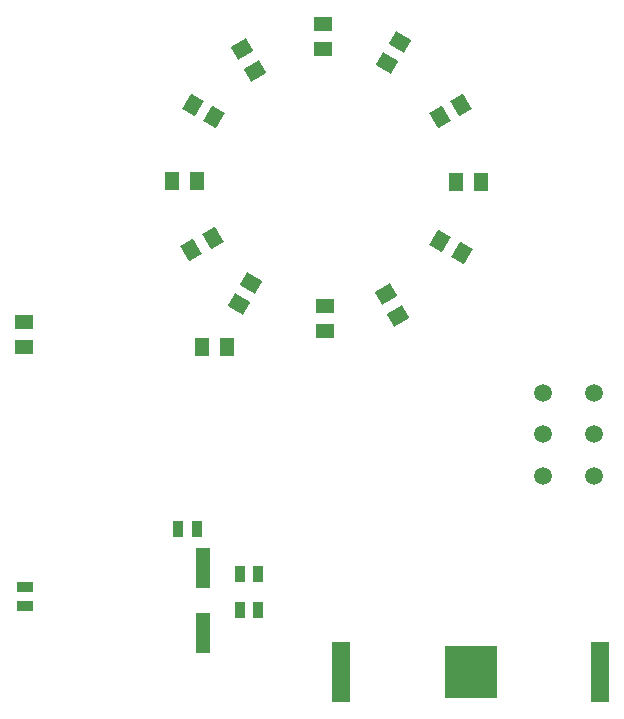
<source format=gbp>
G04*
G04 #@! TF.GenerationSoftware,Altium Limited,Altium Designer,20.1.12 (249)*
G04*
G04 Layer_Color=128*
%FSLAX24Y24*%
%MOIN*%
G70*
G04*
G04 #@! TF.SameCoordinates,DAD24410-91DF-4A67-85F9-AF8FF7B2878C*
G04*
G04*
G04 #@! TF.FilePolarity,Positive*
G04*
G01*
G75*
%ADD31C,0.0591*%
%ADD36R,0.0492X0.0591*%
%ADD37R,0.0591X0.0492*%
G04:AMPARAMS|DCode=38|XSize=59.1mil|YSize=49.2mil|CornerRadius=0mil|HoleSize=0mil|Usage=FLASHONLY|Rotation=150.000|XOffset=0mil|YOffset=0mil|HoleType=Round|Shape=Rectangle|*
%AMROTATEDRECTD38*
4,1,4,0.0379,0.0065,0.0133,-0.0361,-0.0379,-0.0065,-0.0133,0.0361,0.0379,0.0065,0.0*
%
%ADD38ROTATEDRECTD38*%

G04:AMPARAMS|DCode=39|XSize=59.1mil|YSize=49.2mil|CornerRadius=0mil|HoleSize=0mil|Usage=FLASHONLY|Rotation=120.000|XOffset=0mil|YOffset=0mil|HoleType=Round|Shape=Rectangle|*
%AMROTATEDRECTD39*
4,1,4,0.0361,-0.0133,-0.0065,-0.0379,-0.0361,0.0133,0.0065,0.0379,0.0361,-0.0133,0.0*
%
%ADD39ROTATEDRECTD39*%

G04:AMPARAMS|DCode=40|XSize=59.1mil|YSize=49.2mil|CornerRadius=0mil|HoleSize=0mil|Usage=FLASHONLY|Rotation=60.000|XOffset=0mil|YOffset=0mil|HoleType=Round|Shape=Rectangle|*
%AMROTATEDRECTD40*
4,1,4,0.0065,-0.0379,-0.0361,-0.0133,-0.0065,0.0379,0.0361,0.0133,0.0065,-0.0379,0.0*
%
%ADD40ROTATEDRECTD40*%

G04:AMPARAMS|DCode=41|XSize=59.1mil|YSize=49.2mil|CornerRadius=0mil|HoleSize=0mil|Usage=FLASHONLY|Rotation=30.000|XOffset=0mil|YOffset=0mil|HoleType=Round|Shape=Rectangle|*
%AMROTATEDRECTD41*
4,1,4,-0.0133,-0.0361,-0.0379,0.0065,0.0133,0.0361,0.0379,-0.0065,-0.0133,-0.0361,0.0*
%
%ADD41ROTATEDRECTD41*%

%ADD42R,0.0374X0.0531*%
%ADD43R,0.0531X0.0374*%
%ADD44R,0.1772X0.1772*%
%ADD45R,0.0591X0.2008*%
%ADD46R,0.0472X0.1378*%
D31*
X19570Y10080D02*
D03*
X17860Y12820D02*
D03*
Y11450D02*
D03*
Y10080D02*
D03*
X19570Y11450D02*
D03*
Y12820D02*
D03*
D36*
X7331Y14350D02*
D03*
X6505D02*
D03*
X15793Y19850D02*
D03*
X14967D02*
D03*
X5517Y19910D02*
D03*
X6343D02*
D03*
D37*
X560Y14377D02*
D03*
Y15203D02*
D03*
X10590Y14897D02*
D03*
Y15723D02*
D03*
X10530Y25123D02*
D03*
Y24297D02*
D03*
D38*
X13097Y24548D02*
D03*
X12683Y23832D02*
D03*
X7723Y15782D02*
D03*
X8137Y16498D02*
D03*
D39*
X15138Y22447D02*
D03*
X14422Y22033D02*
D03*
X6142Y17583D02*
D03*
X6858Y17997D02*
D03*
D40*
X15158Y17483D02*
D03*
X14442Y17897D02*
D03*
X6202Y22437D02*
D03*
X6918Y22023D02*
D03*
D41*
X13037Y15412D02*
D03*
X12623Y16128D02*
D03*
X7843Y24288D02*
D03*
X8257Y23572D02*
D03*
D42*
X6330Y8290D02*
D03*
X5700D02*
D03*
X8385Y6790D02*
D03*
X7755D02*
D03*
X8385Y5590D02*
D03*
X7755D02*
D03*
D43*
X610Y5735D02*
D03*
Y6365D02*
D03*
D44*
X15460Y3540D02*
D03*
D45*
X11149D02*
D03*
X19771D02*
D03*
D46*
X6550Y4827D02*
D03*
Y6993D02*
D03*
M02*

</source>
